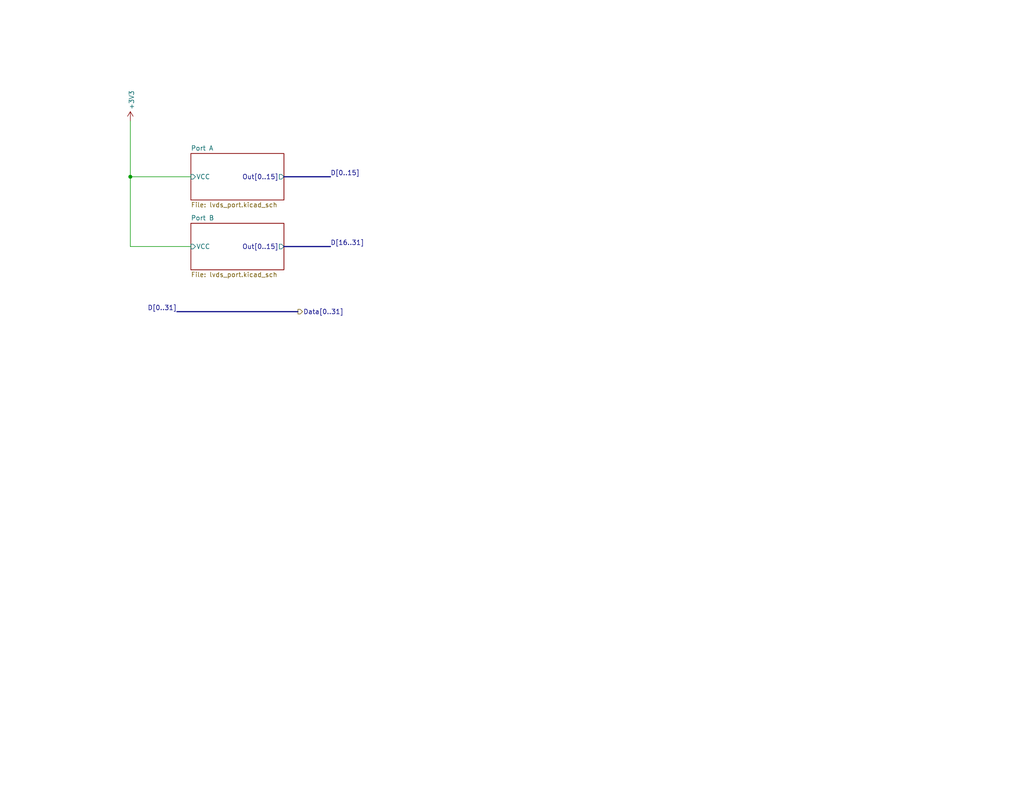
<source format=kicad_sch>
(kicad_sch (version 20231120) (generator "eeschema") (generator_version "8.0")
  (paper "USLetter")
  (title_block (title "BeagleV Fire TDC Cape") (date "2024-09-28") (rev "1") (company "MIT SpinQuest DAQ Group") (comment 1 "Noah Paladino"))
  (lib_symbols
    (symbol "power:+3.3V" (power) (pin_names (offset 0))
      (property "Value" "+3.3V" (at 0 3.556 0))
      (symbol "+3.3V_0_1"
        (polyline (pts (xy -0.762 1.27) (xy 0 2.54)))
        (polyline (pts (xy 0 0) (xy 0 2.54)))
        (polyline (pts (xy 0 2.54) (xy 0.762 1.27)))
      )
      (symbol "+3.3V_1_1"
        (pin power_in line (at 0 0 90) (length 0) hide (name "+3V3") (number "1"))
      )
    )
  )
  (junction (at 35.56 48.26))
  (wire (pts (xy 35.56 67.31) (xy 35.56 48.26)))
  (bus (pts (xy 77.47 67.31) (xy 90.17 67.31)))
  (wire (pts (xy 52.07 67.31) (xy 35.56 67.31)))
  (wire (pts (xy 52.07 48.26) (xy 35.56 48.26)))
  (bus (pts (xy 48.26 85.09) (xy 81.28 85.09)))
  (wire (pts (xy 35.56 48.26) (xy 35.56 33.02)))
  (bus (pts (xy 77.47 48.26) (xy 90.17 48.26)))
  (label "D[0..31]" (at 48.26 85.09 180))
  (label "D[16..31]" (at 90.17 67.31 0))
  (label "D[0..15]" (at 90.17 48.26 0))
  (hierarchical_label "Data[0..31]" (shape output) (at 81.28 85.09 0))
  (symbol (lib_id "power:+3.3V") (at 35.56 33.02 0) (unit 1)
    (property "Reference" "#PWR013" (effects (hide yes)))
    (property "Value" "+3V3" (at 35.9156 29.972 90) (effects (justify left)))
  )
  (sheet (at 52.07 60.96) (size 25.4 12.7) (stroke (width 0.1524))
    (property "Sheetname" "Port B" (at 52.07 60.2484 0) (effects (justify left bottom)))
    (property "Sheetfile" "lvds_port.kicad_sch" (at 52.07 74.2446 0) (effects (justify left top)))
    (pin "Out[0..15]" output (at 77.47 67.31 0))
    (pin "VCC" input (at 52.07 67.31 180))
  )
  (sheet (at 52.07 41.91) (size 25.4 12.7) (stroke (width 0.1524))
    (property "Sheetname" "Port A" (at 52.07 41.1984 0) (effects (justify left bottom)))
    (property "Sheetfile" "lvds_port.kicad_sch" (at 52.07 55.1946 0) (effects (justify left top)))
    (pin "Out[0..15]" output (at 77.47 48.26 0))
    (pin "VCC" input (at 52.07 48.26 180))
  )
)
</source>
